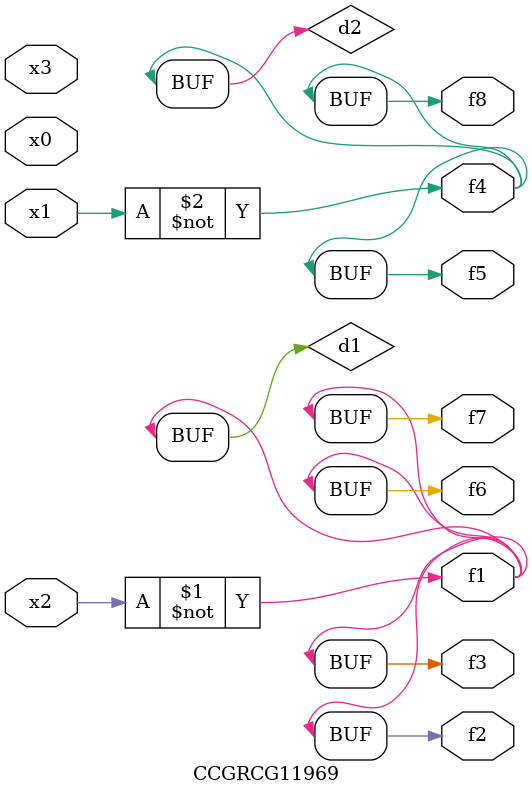
<source format=v>
module CCGRCG11969(
	input x0, x1, x2, x3,
	output f1, f2, f3, f4, f5, f6, f7, f8
);

	wire d1, d2;

	xnor (d1, x2);
	not (d2, x1);
	assign f1 = d1;
	assign f2 = d1;
	assign f3 = d1;
	assign f4 = d2;
	assign f5 = d2;
	assign f6 = d1;
	assign f7 = d1;
	assign f8 = d2;
endmodule

</source>
